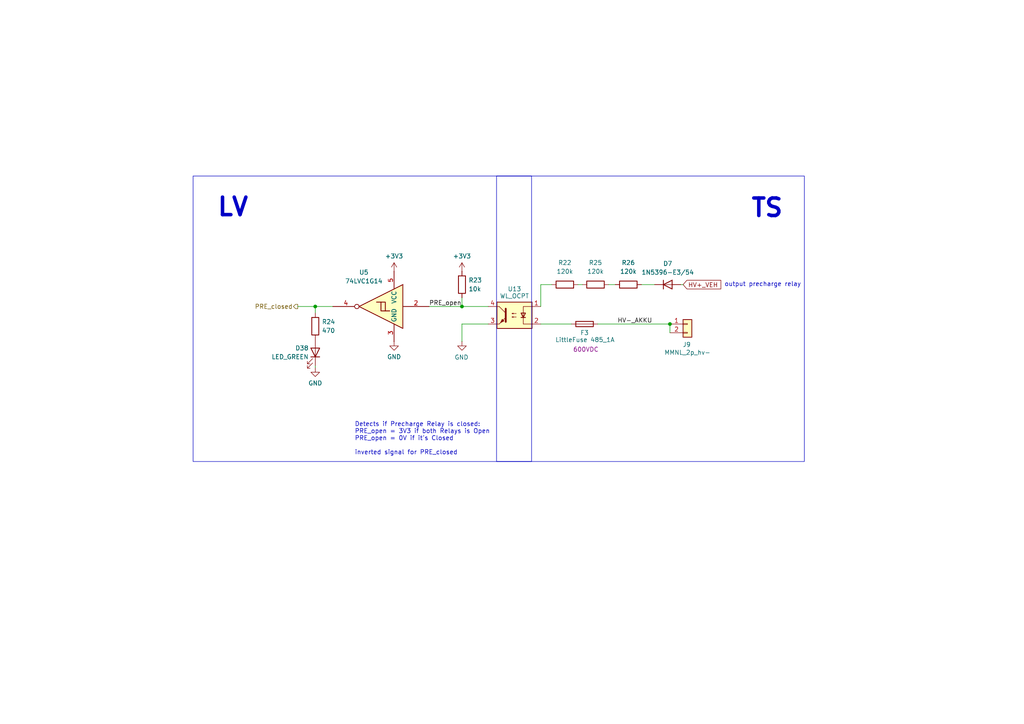
<source format=kicad_sch>
(kicad_sch
	(version 20231120)
	(generator "eeschema")
	(generator_version "8.0")
	(uuid "147e6aec-331a-4a67-bc56-2e8ecabcaa8b")
	(paper "A4")
	(lib_symbols
		(symbol "74xGxx:74LVC1G14"
			(exclude_from_sim no)
			(in_bom yes)
			(on_board yes)
			(property "Reference" "U"
				(at 0 3.81 0)
				(effects
					(font
						(size 1.27 1.27)
					)
					(justify left)
				)
			)
			(property "Value" "74LVC1G14"
				(at 0 -3.81 0)
				(effects
					(font
						(size 1.27 1.27)
					)
					(justify left)
				)
			)
			(property "Footprint" ""
				(at 0 0 0)
				(effects
					(font
						(size 1.27 1.27)
					)
					(hide yes)
				)
			)
			(property "Datasheet" "https://www.ti.com/lit/sg/scyt129e/scyt129e.pdf"
				(at 0 -6.35 0)
				(effects
					(font
						(size 1.27 1.27)
					)
					(justify left)
					(hide yes)
				)
			)
			(property "Description" "Single Schmitt NOT Gate, Low-Voltage CMOS"
				(at 0 0 0)
				(effects
					(font
						(size 1.27 1.27)
					)
					(hide yes)
				)
			)
			(property "ki_keywords" "Single Gate NOT Schmitt LVC CMOS"
				(at 0 0 0)
				(effects
					(font
						(size 1.27 1.27)
					)
					(hide yes)
				)
			)
			(property "ki_fp_filters" "SOT?23* SOT?553*"
				(at 0 0 0)
				(effects
					(font
						(size 1.27 1.27)
					)
					(hide yes)
				)
			)
			(symbol "74LVC1G14_0_1"
				(polyline
					(pts
						(xy -7.62 6.35) (xy -7.62 -6.35) (xy 5.08 0) (xy -7.62 6.35)
					)
					(stroke
						(width 0.254)
						(type default)
					)
					(fill
						(type background)
					)
				)
			)
			(symbol "74LVC1G14_1_1"
				(polyline
					(pts
						(xy -3.81 -1.27) (xy -1.27 -1.27) (xy -1.27 1.27)
					)
					(stroke
						(width 0.254)
						(type default)
					)
					(fill
						(type none)
					)
				)
				(polyline
					(pts
						(xy -2.54 -1.27) (xy -2.54 1.27) (xy 0 1.27)
					)
					(stroke
						(width 0.254)
						(type default)
					)
					(fill
						(type none)
					)
				)
				(pin no_connect line
					(at -7.62 5.08 180)
					(length 5.08) hide
					(name "NC"
						(effects
							(font
								(size 1.27 1.27)
							)
						)
					)
					(number "1"
						(effects
							(font
								(size 1.27 1.27)
							)
						)
					)
				)
				(pin input line
					(at -15.24 0 0)
					(length 7.62)
					(name "~"
						(effects
							(font
								(size 1.27 1.27)
							)
						)
					)
					(number "2"
						(effects
							(font
								(size 1.27 1.27)
							)
						)
					)
				)
				(pin power_in line
					(at -5.08 -10.16 90)
					(length 5.08)
					(name "GND"
						(effects
							(font
								(size 1.27 1.27)
							)
						)
					)
					(number "3"
						(effects
							(font
								(size 1.27 1.27)
							)
						)
					)
				)
				(pin output inverted
					(at 12.7 0 180)
					(length 7.62)
					(name "~"
						(effects
							(font
								(size 1.27 1.27)
							)
						)
					)
					(number "4"
						(effects
							(font
								(size 1.27 1.27)
							)
						)
					)
				)
				(pin power_in line
					(at -5.08 10.16 270)
					(length 5.08)
					(name "VCC"
						(effects
							(font
								(size 1.27 1.27)
							)
						)
					)
					(number "5"
						(effects
							(font
								(size 1.27 1.27)
							)
						)
					)
				)
			)
		)
		(symbol "Connector_Generic:Conn_01x02"
			(pin_names
				(offset 1.016) hide)
			(exclude_from_sim no)
			(in_bom yes)
			(on_board yes)
			(property "Reference" "J"
				(at 0 2.54 0)
				(effects
					(font
						(size 1.27 1.27)
					)
				)
			)
			(property "Value" "Conn_01x02"
				(at 0 -5.08 0)
				(effects
					(font
						(size 1.27 1.27)
					)
				)
			)
			(property "Footprint" ""
				(at 0 0 0)
				(effects
					(font
						(size 1.27 1.27)
					)
					(hide yes)
				)
			)
			(property "Datasheet" "~"
				(at 0 0 0)
				(effects
					(font
						(size 1.27 1.27)
					)
					(hide yes)
				)
			)
			(property "Description" "Generic connector, single row, 01x02, script generated (kicad-library-utils/schlib/autogen/connector/)"
				(at 0 0 0)
				(effects
					(font
						(size 1.27 1.27)
					)
					(hide yes)
				)
			)
			(property "ki_keywords" "connector"
				(at 0 0 0)
				(effects
					(font
						(size 1.27 1.27)
					)
					(hide yes)
				)
			)
			(property "ki_fp_filters" "Connector*:*_1x??_*"
				(at 0 0 0)
				(effects
					(font
						(size 1.27 1.27)
					)
					(hide yes)
				)
			)
			(symbol "Conn_01x02_1_1"
				(rectangle
					(start -1.27 -2.413)
					(end 0 -2.667)
					(stroke
						(width 0.1524)
						(type default)
					)
					(fill
						(type none)
					)
				)
				(rectangle
					(start -1.27 0.127)
					(end 0 -0.127)
					(stroke
						(width 0.1524)
						(type default)
					)
					(fill
						(type none)
					)
				)
				(rectangle
					(start -1.27 1.27)
					(end 1.27 -3.81)
					(stroke
						(width 0.254)
						(type default)
					)
					(fill
						(type background)
					)
				)
				(pin passive line
					(at -5.08 0 0)
					(length 3.81)
					(name "Pin_1"
						(effects
							(font
								(size 1.27 1.27)
							)
						)
					)
					(number "1"
						(effects
							(font
								(size 1.27 1.27)
							)
						)
					)
				)
				(pin passive line
					(at -5.08 -2.54 0)
					(length 3.81)
					(name "Pin_2"
						(effects
							(font
								(size 1.27 1.27)
							)
						)
					)
					(number "2"
						(effects
							(font
								(size 1.27 1.27)
							)
						)
					)
				)
			)
		)
		(symbol "Device:D"
			(pin_numbers hide)
			(pin_names
				(offset 1.016) hide)
			(exclude_from_sim no)
			(in_bom yes)
			(on_board yes)
			(property "Reference" "D"
				(at 0 2.54 0)
				(effects
					(font
						(size 1.27 1.27)
					)
				)
			)
			(property "Value" "D"
				(at 0 -2.54 0)
				(effects
					(font
						(size 1.27 1.27)
					)
				)
			)
			(property "Footprint" ""
				(at 0 0 0)
				(effects
					(font
						(size 1.27 1.27)
					)
					(hide yes)
				)
			)
			(property "Datasheet" "~"
				(at 0 0 0)
				(effects
					(font
						(size 1.27 1.27)
					)
					(hide yes)
				)
			)
			(property "Description" "Diode"
				(at 0 0 0)
				(effects
					(font
						(size 1.27 1.27)
					)
					(hide yes)
				)
			)
			(property "ki_keywords" "diode"
				(at 0 0 0)
				(effects
					(font
						(size 1.27 1.27)
					)
					(hide yes)
				)
			)
			(property "ki_fp_filters" "TO-???* *_Diode_* *SingleDiode* D_*"
				(at 0 0 0)
				(effects
					(font
						(size 1.27 1.27)
					)
					(hide yes)
				)
			)
			(symbol "D_0_1"
				(polyline
					(pts
						(xy -1.27 1.27) (xy -1.27 -1.27)
					)
					(stroke
						(width 0.254)
						(type default)
					)
					(fill
						(type none)
					)
				)
				(polyline
					(pts
						(xy 1.27 0) (xy -1.27 0)
					)
					(stroke
						(width 0)
						(type default)
					)
					(fill
						(type none)
					)
				)
				(polyline
					(pts
						(xy 1.27 1.27) (xy 1.27 -1.27) (xy -1.27 0) (xy 1.27 1.27)
					)
					(stroke
						(width 0.254)
						(type default)
					)
					(fill
						(type none)
					)
				)
			)
			(symbol "D_1_1"
				(pin passive line
					(at -3.81 0 0)
					(length 2.54)
					(name "K"
						(effects
							(font
								(size 1.27 1.27)
							)
						)
					)
					(number "1"
						(effects
							(font
								(size 1.27 1.27)
							)
						)
					)
				)
				(pin passive line
					(at 3.81 0 180)
					(length 2.54)
					(name "A"
						(effects
							(font
								(size 1.27 1.27)
							)
						)
					)
					(number "2"
						(effects
							(font
								(size 1.27 1.27)
							)
						)
					)
				)
			)
		)
		(symbol "Device:LED"
			(pin_numbers hide)
			(pin_names
				(offset 1.016) hide)
			(exclude_from_sim no)
			(in_bom yes)
			(on_board yes)
			(property "Reference" "D"
				(at 0 2.54 0)
				(effects
					(font
						(size 1.27 1.27)
					)
				)
			)
			(property "Value" "LED"
				(at 0 -2.54 0)
				(effects
					(font
						(size 1.27 1.27)
					)
				)
			)
			(property "Footprint" ""
				(at 0 0 0)
				(effects
					(font
						(size 1.27 1.27)
					)
					(hide yes)
				)
			)
			(property "Datasheet" "~"
				(at 0 0 0)
				(effects
					(font
						(size 1.27 1.27)
					)
					(hide yes)
				)
			)
			(property "Description" "Light emitting diode"
				(at 0 0 0)
				(effects
					(font
						(size 1.27 1.27)
					)
					(hide yes)
				)
			)
			(property "ki_keywords" "LED diode"
				(at 0 0 0)
				(effects
					(font
						(size 1.27 1.27)
					)
					(hide yes)
				)
			)
			(property "ki_fp_filters" "LED* LED_SMD:* LED_THT:*"
				(at 0 0 0)
				(effects
					(font
						(size 1.27 1.27)
					)
					(hide yes)
				)
			)
			(symbol "LED_0_1"
				(polyline
					(pts
						(xy -1.27 -1.27) (xy -1.27 1.27)
					)
					(stroke
						(width 0.254)
						(type default)
					)
					(fill
						(type none)
					)
				)
				(polyline
					(pts
						(xy -1.27 0) (xy 1.27 0)
					)
					(stroke
						(width 0)
						(type default)
					)
					(fill
						(type none)
					)
				)
				(polyline
					(pts
						(xy 1.27 -1.27) (xy 1.27 1.27) (xy -1.27 0) (xy 1.27 -1.27)
					)
					(stroke
						(width 0.254)
						(type default)
					)
					(fill
						(type none)
					)
				)
				(polyline
					(pts
						(xy -3.048 -0.762) (xy -4.572 -2.286) (xy -3.81 -2.286) (xy -4.572 -2.286) (xy -4.572 -1.524)
					)
					(stroke
						(width 0)
						(type default)
					)
					(fill
						(type none)
					)
				)
				(polyline
					(pts
						(xy -1.778 -0.762) (xy -3.302 -2.286) (xy -2.54 -2.286) (xy -3.302 -2.286) (xy -3.302 -1.524)
					)
					(stroke
						(width 0)
						(type default)
					)
					(fill
						(type none)
					)
				)
			)
			(symbol "LED_1_1"
				(pin passive line
					(at -3.81 0 0)
					(length 2.54)
					(name "K"
						(effects
							(font
								(size 1.27 1.27)
							)
						)
					)
					(number "1"
						(effects
							(font
								(size 1.27 1.27)
							)
						)
					)
				)
				(pin passive line
					(at 3.81 0 180)
					(length 2.54)
					(name "A"
						(effects
							(font
								(size 1.27 1.27)
							)
						)
					)
					(number "2"
						(effects
							(font
								(size 1.27 1.27)
							)
						)
					)
				)
			)
		)
		(symbol "Device:R"
			(pin_numbers hide)
			(pin_names
				(offset 0)
			)
			(exclude_from_sim no)
			(in_bom yes)
			(on_board yes)
			(property "Reference" "R"
				(at 2.032 0 90)
				(effects
					(font
						(size 1.27 1.27)
					)
				)
			)
			(property "Value" "R"
				(at 0 0 90)
				(effects
					(font
						(size 1.27 1.27)
					)
				)
			)
			(property "Footprint" ""
				(at -1.778 0 90)
				(effects
					(font
						(size 1.27 1.27)
					)
					(hide yes)
				)
			)
			(property "Datasheet" "~"
				(at 0 0 0)
				(effects
					(font
						(size 1.27 1.27)
					)
					(hide yes)
				)
			)
			(property "Description" "Resistor"
				(at 0 0 0)
				(effects
					(font
						(size 1.27 1.27)
					)
					(hide yes)
				)
			)
			(property "ki_keywords" "R res resistor"
				(at 0 0 0)
				(effects
					(font
						(size 1.27 1.27)
					)
					(hide yes)
				)
			)
			(property "ki_fp_filters" "R_*"
				(at 0 0 0)
				(effects
					(font
						(size 1.27 1.27)
					)
					(hide yes)
				)
			)
			(symbol "R_0_1"
				(rectangle
					(start -1.016 -2.54)
					(end 1.016 2.54)
					(stroke
						(width 0.254)
						(type default)
					)
					(fill
						(type none)
					)
				)
			)
			(symbol "R_1_1"
				(pin passive line
					(at 0 3.81 270)
					(length 1.27)
					(name "~"
						(effects
							(font
								(size 1.27 1.27)
							)
						)
					)
					(number "1"
						(effects
							(font
								(size 1.27 1.27)
							)
						)
					)
				)
				(pin passive line
					(at 0 -3.81 90)
					(length 1.27)
					(name "~"
						(effects
							(font
								(size 1.27 1.27)
							)
						)
					)
					(number "2"
						(effects
							(font
								(size 1.27 1.27)
							)
						)
					)
				)
			)
		)
		(symbol "FaSTTUBe_Fuses:485_1A"
			(pin_numbers hide)
			(pin_names
				(offset 0)
			)
			(exclude_from_sim no)
			(in_bom yes)
			(on_board yes)
			(property "Reference" "F"
				(at 2.032 0 90)
				(effects
					(font
						(size 1.27 1.27)
					)
				)
			)
			(property "Value" "485_1A"
				(at -5.08 0 90)
				(effects
					(font
						(size 1.27 1.27)
					)
				)
			)
			(property "Footprint" "FaSTTUBe_Fuses:Littelfuse_485"
				(at 5.08 0 90)
				(effects
					(font
						(size 1.27 1.27)
					)
					(hide yes)
				)
			)
			(property "Datasheet" "~"
				(at 0 0 0)
				(effects
					(font
						(size 1.27 1.27)
					)
					(hide yes)
				)
			)
			(property "Description" "Littelfuse 485 Series 600Vdc, 1A"
				(at 0 0 0)
				(effects
					(font
						(size 1.27 1.27)
					)
					(hide yes)
				)
			)
			(property "Voltage" "600VDC"
				(at -2.54 0 90)
				(effects
					(font
						(size 1.27 1.27)
					)
				)
			)
			(property "ki_keywords" "fuse"
				(at 0 0 0)
				(effects
					(font
						(size 1.27 1.27)
					)
					(hide yes)
				)
			)
			(property "ki_fp_filters" "*Fuse*"
				(at 0 0 0)
				(effects
					(font
						(size 1.27 1.27)
					)
					(hide yes)
				)
			)
			(symbol "485_1A_0_1"
				(rectangle
					(start -0.762 -2.54)
					(end 0.762 2.54)
					(stroke
						(width 0.254)
						(type default)
					)
					(fill
						(type none)
					)
				)
				(polyline
					(pts
						(xy 0 2.54) (xy 0 -2.54)
					)
					(stroke
						(width 0)
						(type default)
					)
					(fill
						(type none)
					)
				)
			)
			(symbol "485_1A_1_1"
				(pin passive line
					(at 0 3.81 270)
					(length 1.27)
					(name "~"
						(effects
							(font
								(size 1.27 1.27)
							)
						)
					)
					(number "1"
						(effects
							(font
								(size 1.27 1.27)
							)
						)
					)
				)
				(pin passive line
					(at 0 -3.81 90)
					(length 1.27)
					(name "~"
						(effects
							(font
								(size 1.27 1.27)
							)
						)
					)
					(number "2"
						(effects
							(font
								(size 1.27 1.27)
							)
						)
					)
				)
			)
		)
		(symbol "Isolator:FODM217A"
			(exclude_from_sim no)
			(in_bom yes)
			(on_board yes)
			(property "Reference" "U4"
				(at 1.27 7.62 0)
				(effects
					(font
						(size 1.27 1.27)
					)
				)
			)
			(property "Value" "WL_OCDA"
				(at 1.27 5.588 0)
				(effects
					(font
						(size 1.27 1.27)
					)
				)
			)
			(property "Footprint" "Package_SO:SOP-4_4.4x2.6mm_P1.27mm"
				(at 0 -5.08 0)
				(effects
					(font
						(size 1.27 1.27)
						(italic yes)
					)
					(hide yes)
				)
			)
			(property "Datasheet" ""
				(at 0 0 0)
				(effects
					(font
						(size 1.27 1.27)
					)
					(justify left)
					(hide yes)
				)
			)
			(property "Description" "141352145000"
				(at 0 0 0)
				(effects
					(font
						(size 1.27 1.27)
					)
					(hide yes)
				)
			)
			(property "ki_keywords" "DC Phototransistor Optocoupler"
				(at 0 0 0)
				(effects
					(font
						(size 1.27 1.27)
					)
					(hide yes)
				)
			)
			(property "ki_fp_filters" "SOP*4.4x2.6mm*P1.27mm*"
				(at 0 0 0)
				(effects
					(font
						(size 1.27 1.27)
					)
					(hide yes)
				)
			)
			(symbol "FODM217A_0_1"
				(rectangle
					(start -5.08 3.81)
					(end 5.08 -3.81)
					(stroke
						(width 0.254)
						(type default)
					)
					(fill
						(type background)
					)
				)
				(polyline
					(pts
						(xy -3.175 -0.635) (xy -1.905 -0.635)
					)
					(stroke
						(width 0.254)
						(type default)
					)
					(fill
						(type none)
					)
				)
				(polyline
					(pts
						(xy 2.54 0.635) (xy 4.445 2.54)
					)
					(stroke
						(width 0)
						(type default)
					)
					(fill
						(type none)
					)
				)
				(polyline
					(pts
						(xy 4.445 -2.54) (xy 2.54 -0.635)
					)
					(stroke
						(width 0)
						(type default)
					)
					(fill
						(type outline)
					)
				)
				(polyline
					(pts
						(xy 4.445 -2.54) (xy 5.08 -2.54)
					)
					(stroke
						(width 0)
						(type default)
					)
					(fill
						(type none)
					)
				)
				(polyline
					(pts
						(xy 4.445 2.54) (xy 5.08 2.54)
					)
					(stroke
						(width 0)
						(type default)
					)
					(fill
						(type none)
					)
				)
				(polyline
					(pts
						(xy -5.08 2.54) (xy -2.54 2.54) (xy -2.54 -0.635)
					)
					(stroke
						(width 0)
						(type default)
					)
					(fill
						(type none)
					)
				)
				(polyline
					(pts
						(xy -2.54 -0.635) (xy -2.54 -2.54) (xy -5.08 -2.54)
					)
					(stroke
						(width 0)
						(type default)
					)
					(fill
						(type none)
					)
				)
				(polyline
					(pts
						(xy 2.54 1.905) (xy 2.54 -1.905) (xy 2.54 -1.905)
					)
					(stroke
						(width 0.508)
						(type default)
					)
					(fill
						(type none)
					)
				)
				(polyline
					(pts
						(xy -2.54 -0.635) (xy -3.175 0.635) (xy -1.905 0.635) (xy -2.54 -0.635)
					)
					(stroke
						(width 0.254)
						(type default)
					)
					(fill
						(type none)
					)
				)
				(polyline
					(pts
						(xy -0.508 -0.508) (xy 0.762 -0.508) (xy 0.381 -0.635) (xy 0.381 -0.381) (xy 0.762 -0.508)
					)
					(stroke
						(width 0)
						(type default)
					)
					(fill
						(type none)
					)
				)
				(polyline
					(pts
						(xy -0.508 0.508) (xy 0.762 0.508) (xy 0.381 0.381) (xy 0.381 0.635) (xy 0.762 0.508)
					)
					(stroke
						(width 0)
						(type default)
					)
					(fill
						(type none)
					)
				)
				(polyline
					(pts
						(xy 3.048 -1.651) (xy 3.556 -1.143) (xy 4.064 -2.159) (xy 3.048 -1.651) (xy 3.048 -1.651)
					)
					(stroke
						(width 0)
						(type default)
					)
					(fill
						(type outline)
					)
				)
			)
			(symbol "FODM217A_1_1"
				(pin passive line
					(at -7.62 2.54 0)
					(length 2.54)
					(name "~"
						(effects
							(font
								(size 1.27 1.27)
							)
						)
					)
					(number "1"
						(effects
							(font
								(size 1.27 1.27)
							)
						)
					)
				)
				(pin passive line
					(at -7.62 -2.54 0)
					(length 2.54)
					(name "~"
						(effects
							(font
								(size 1.27 1.27)
							)
						)
					)
					(number "2"
						(effects
							(font
								(size 1.27 1.27)
							)
						)
					)
				)
				(pin passive line
					(at 7.62 -2.54 180)
					(length 2.54)
					(name "~"
						(effects
							(font
								(size 1.27 1.27)
							)
						)
					)
					(number "3"
						(effects
							(font
								(size 1.27 1.27)
							)
						)
					)
				)
				(pin passive line
					(at 7.62 2.54 180)
					(length 2.54)
					(name "~"
						(effects
							(font
								(size 1.27 1.27)
							)
						)
					)
					(number "4"
						(effects
							(font
								(size 1.27 1.27)
							)
						)
					)
				)
			)
		)
		(symbol "power:+3V3"
			(power)
			(pin_numbers hide)
			(pin_names
				(offset 0) hide)
			(exclude_from_sim no)
			(in_bom yes)
			(on_board yes)
			(property "Reference" "#PWR"
				(at 0 -3.81 0)
				(effects
					(font
						(size 1.27 1.27)
					)
					(hide yes)
				)
			)
			(property "Value" "+3V3"
				(at 0 3.556 0)
				(effects
					(font
						(size 1.27 1.27)
					)
				)
			)
			(property "Footprint" ""
				(at 0 0 0)
				(effects
					(font
						(size 1.27 1.27)
					)
					(hide yes)
				)
			)
			(property "Datasheet" ""
				(at 0 0 0)
				(effects
					(font
						(size 1.27 1.27)
					)
					(hide yes)
				)
			)
			(property "Description" "Power symbol creates a global label with name \"+3V3\""
				(at 0 0 0)
				(effects
					(font
						(size 1.27 1.27)
					)
					(hide yes)
				)
			)
			(property "ki_keywords" "global power"
				(at 0 0 0)
				(effects
					(font
						(size 1.27 1.27)
					)
					(hide yes)
				)
			)
			(symbol "+3V3_0_1"
				(polyline
					(pts
						(xy -0.762 1.27) (xy 0 2.54)
					)
					(stroke
						(width 0)
						(type default)
					)
					(fill
						(type none)
					)
				)
				(polyline
					(pts
						(xy 0 0) (xy 0 2.54)
					)
					(stroke
						(width 0)
						(type default)
					)
					(fill
						(type none)
					)
				)
				(polyline
					(pts
						(xy 0 2.54) (xy 0.762 1.27)
					)
					(stroke
						(width 0)
						(type default)
					)
					(fill
						(type none)
					)
				)
			)
			(symbol "+3V3_1_1"
				(pin power_in line
					(at 0 0 90)
					(length 0)
					(name "~"
						(effects
							(font
								(size 1.27 1.27)
							)
						)
					)
					(number "1"
						(effects
							(font
								(size 1.27 1.27)
							)
						)
					)
				)
			)
		)
		(symbol "power:GND"
			(power)
			(pin_numbers hide)
			(pin_names
				(offset 0) hide)
			(exclude_from_sim no)
			(in_bom yes)
			(on_board yes)
			(property "Reference" "#PWR"
				(at 0 -6.35 0)
				(effects
					(font
						(size 1.27 1.27)
					)
					(hide yes)
				)
			)
			(property "Value" "GND"
				(at 0 -3.81 0)
				(effects
					(font
						(size 1.27 1.27)
					)
				)
			)
			(property "Footprint" ""
				(at 0 0 0)
				(effects
					(font
						(size 1.27 1.27)
					)
					(hide yes)
				)
			)
			(property "Datasheet" ""
				(at 0 0 0)
				(effects
					(font
						(size 1.27 1.27)
					)
					(hide yes)
				)
			)
			(property "Description" "Power symbol creates a global label with name \"GND\" , ground"
				(at 0 0 0)
				(effects
					(font
						(size 1.27 1.27)
					)
					(hide yes)
				)
			)
			(property "ki_keywords" "global power"
				(at 0 0 0)
				(effects
					(font
						(size 1.27 1.27)
					)
					(hide yes)
				)
			)
			(symbol "GND_0_1"
				(polyline
					(pts
						(xy 0 0) (xy 0 -1.27) (xy 1.27 -1.27) (xy 0 -2.54) (xy -1.27 -1.27) (xy 0 -1.27)
					)
					(stroke
						(width 0)
						(type default)
					)
					(fill
						(type none)
					)
				)
			)
			(symbol "GND_1_1"
				(pin power_in line
					(at 0 0 270)
					(length 0)
					(name "~"
						(effects
							(font
								(size 1.27 1.27)
							)
						)
					)
					(number "1"
						(effects
							(font
								(size 1.27 1.27)
							)
						)
					)
				)
			)
		)
	)
	(junction
		(at 91.44 88.9)
		(diameter 0)
		(color 0 0 0 0)
		(uuid "35e71489-103b-489c-bf28-4add031872bd")
	)
	(junction
		(at 194.31 93.98)
		(diameter 0)
		(color 0 0 0 0)
		(uuid "4317e541-6f8d-4f01-813e-5bb5a099a361")
	)
	(junction
		(at 133.985 88.9)
		(diameter 0)
		(color 0 0 0 0)
		(uuid "aff52593-fe9b-4106-be42-eca1bdbd7136")
	)
	(wire
		(pts
			(xy 91.44 106.045) (xy 91.44 106.68)
		)
		(stroke
			(width 0)
			(type default)
		)
		(uuid "099d646a-0d9e-442c-a37b-186715f471bb")
	)
	(wire
		(pts
			(xy 133.985 93.98) (xy 141.605 93.98)
		)
		(stroke
			(width 0)
			(type default)
		)
		(uuid "201db322-0606-4b3e-816f-3d2d2361de79")
	)
	(wire
		(pts
			(xy 173.355 93.98) (xy 194.31 93.98)
		)
		(stroke
			(width 0)
			(type default)
		)
		(uuid "21c922c4-52b3-4aef-8b9c-24a5339fbc0e")
	)
	(wire
		(pts
			(xy 91.44 90.805) (xy 91.44 88.9)
		)
		(stroke
			(width 0)
			(type default)
		)
		(uuid "2b74c7f5-29e3-43c6-9b8e-a3c4028200ac")
	)
	(wire
		(pts
			(xy 176.53 82.55) (xy 178.435 82.55)
		)
		(stroke
			(width 0)
			(type default)
		)
		(uuid "2cf17f9d-09cd-4cf4-a107-3c1a1b2f52b8")
	)
	(wire
		(pts
			(xy 133.985 86.36) (xy 133.985 88.9)
		)
		(stroke
			(width 0)
			(type default)
		)
		(uuid "3a531193-fc45-429f-9f0b-66d491d3c12b")
	)
	(wire
		(pts
			(xy 197.485 82.55) (xy 198.12 82.55)
		)
		(stroke
			(width 0)
			(type default)
		)
		(uuid "3c1b7ab8-dc73-43a9-b854-0d74a410f323")
	)
	(wire
		(pts
			(xy 133.985 88.9) (xy 141.605 88.9)
		)
		(stroke
			(width 0)
			(type default)
		)
		(uuid "4fbaaa50-70b4-477c-a57a-c06d3f99dbce")
	)
	(wire
		(pts
			(xy 91.44 88.9) (xy 96.52 88.9)
		)
		(stroke
			(width 0)
			(type default)
		)
		(uuid "50869dfd-a745-49af-b179-508b0fbf13b2")
	)
	(wire
		(pts
			(xy 124.46 88.9) (xy 133.985 88.9)
		)
		(stroke
			(width 0)
			(type default)
		)
		(uuid "5f8646b3-ad87-4de0-95ef-1f655af90f5f")
	)
	(wire
		(pts
			(xy 194.31 93.98) (xy 194.31 96.52)
		)
		(stroke
			(width 0)
			(type default)
		)
		(uuid "6c5b4f5b-9046-41c3-8921-e56002edad84")
	)
	(wire
		(pts
			(xy 167.64 82.55) (xy 168.91 82.55)
		)
		(stroke
			(width 0)
			(type default)
		)
		(uuid "7912bf64-d739-4ff1-8d14-f38fd680be28")
	)
	(wire
		(pts
			(xy 86.36 88.9) (xy 91.44 88.9)
		)
		(stroke
			(width 0)
			(type default)
		)
		(uuid "7a893ff7-9d23-4a68-8c48-0f13785f7221")
	)
	(wire
		(pts
			(xy 156.845 93.98) (xy 165.735 93.98)
		)
		(stroke
			(width 0)
			(type default)
		)
		(uuid "7d9021ae-2354-449d-b4e8-b723040b4c85")
	)
	(wire
		(pts
			(xy 156.845 82.55) (xy 160.02 82.55)
		)
		(stroke
			(width 0)
			(type default)
		)
		(uuid "9b5a8e3a-a60e-435e-980b-88c13ae80855")
	)
	(wire
		(pts
			(xy 133.985 99.06) (xy 133.985 93.98)
		)
		(stroke
			(width 0)
			(type default)
		)
		(uuid "c5c25705-fa6d-4c19-8e85-464e6358d508")
	)
	(wire
		(pts
			(xy 186.055 82.55) (xy 189.865 82.55)
		)
		(stroke
			(width 0)
			(type default)
		)
		(uuid "df00384e-9a3c-41e3-bdcb-ceabb227761a")
	)
	(wire
		(pts
			(xy 156.845 82.55) (xy 156.845 88.9)
		)
		(stroke
			(width 0)
			(type default)
		)
		(uuid "e651083f-a660-4b21-bed2-5310f84d55dc")
	)
	(rectangle
		(start 144.018 51.054)
		(end 154.178 133.858)
		(stroke
			(width 0)
			(type default)
		)
		(fill
			(type none)
		)
		(uuid bd18933d-e4fb-45ca-b0c6-70fbd94acf38)
	)
	(rectangle
		(start 56.007 51.054)
		(end 233.299 133.858)
		(stroke
			(width 0)
			(type default)
		)
		(fill
			(type none)
		)
		(uuid cfa3ce83-a4c7-4028-a13b-f95170c7c6d6)
	)
	(text "output precharge relay"
		(exclude_from_sim no)
		(at 221.234 82.55 0)
		(effects
			(font
				(size 1.27 1.27)
			)
		)
		(uuid "1da9d064-f97b-4474-95a0-163f901aa209")
	)
	(text "LV"
		(exclude_from_sim no)
		(at 67.564 60.198 0)
		(effects
			(font
				(size 5.08 5.08)
				(thickness 1.016)
				(bold yes)
			)
		)
		(uuid "287bd5b3-90bf-47e8-a99a-1d46e3229eee")
	)
	(text "TS"
		(exclude_from_sim no)
		(at 222.504 60.452 0)
		(effects
			(font
				(size 5.08 5.08)
				(thickness 1.016)
				(bold yes)
			)
		)
		(uuid "b075c53d-92c9-456d-abf7-eed816b092d6")
	)
	(text "Detects if Precharge Relay is closed:\nPRE_open = 3V3 if both Relays is Open\nPRE_open = 0V if it's Closed \n\ninverted signal for PRE_closed "
		(exclude_from_sim no)
		(at 102.87 132.08 0)
		(effects
			(font
				(size 1.27 1.27)
			)
			(justify left bottom)
		)
		(uuid "fa040fa3-8415-4a12-97af-0141bc32cfd3")
	)
	(label "PRE_open"
		(at 124.46 88.9 0)
		(fields_autoplaced yes)
		(effects
			(font
				(size 1.27 1.27)
			)
			(justify left bottom)
		)
		(uuid "77c976a4-d558-4aae-8673-6405ed6f42eb")
	)
	(label "HV-_AKKU"
		(at 179.07 93.98 0)
		(fields_autoplaced yes)
		(effects
			(font
				(size 1.27 1.27)
			)
			(justify left bottom)
		)
		(uuid "95509a72-45dd-4cf0-ab2d-f7da0663a473")
	)
	(global_label "HV+_VEH"
		(shape input)
		(at 198.12 82.55 0)
		(fields_autoplaced yes)
		(effects
			(font
				(size 1.27 1.27)
			)
			(justify left)
		)
		(uuid "d02a03da-4633-4a77-a066-2272afd87b31")
		(property "Intersheetrefs" "${INTERSHEET_REFS}"
			(at 209.6324 82.55 0)
			(effects
				(font
					(size 1.27 1.27)
				)
				(justify left)
				(hide yes)
			)
		)
	)
	(hierarchical_label "PRE_closed"
		(shape output)
		(at 86.36 88.9 180)
		(fields_autoplaced yes)
		(effects
			(font
				(size 1.27 1.27)
			)
			(justify right)
		)
		(uuid "3f6aea03-b548-479e-aafe-ee682c3ed582")
	)
	(symbol
		(lib_id "Device:R")
		(at 182.245 82.55 270)
		(unit 1)
		(exclude_from_sim no)
		(in_bom yes)
		(on_board yes)
		(dnp no)
		(fields_autoplaced yes)
		(uuid "0b2c4d82-25df-49b9-8f12-655f27067865")
		(property "Reference" "R26"
			(at 182.245 76.2 90)
			(effects
				(font
					(size 1.27 1.27)
				)
			)
		)
		(property "Value" "120k"
			(at 182.245 78.74 90)
			(effects
				(font
					(size 1.27 1.27)
				)
			)
		)
		(property "Footprint" "Resistor_SMD:R_1206_3216Metric"
			(at 182.245 80.772 90)
			(effects
				(font
					(size 1.27 1.27)
				)
				(hide yes)
			)
		)
		(property "Datasheet" "~"
			(at 182.245 82.55 0)
			(effects
				(font
					(size 1.27 1.27)
				)
				(hide yes)
			)
		)
		(property "Description" "Resistor 500V"
			(at 182.245 82.55 0)
			(effects
				(font
					(size 1.27 1.27)
				)
				(hide yes)
			)
		)
		(pin "1"
			(uuid "31b162bd-6f84-48dc-bbe6-517ca5c4fb9a")
		)
		(pin "2"
			(uuid "65d1392c-a5b2-41ad-81b6-0e792c3e866d")
		)
		(instances
			(project "Master_FT25"
				(path "/e63e39d7-6ac0-4ffd-8aa3-1841a4541b55/5ce1aa0c-f98f-4b94-80bd-f188cf4c57de/cbda76e2-9a35-4c57-88fc-51fcf41776aa"
					(reference "R26")
					(unit 1)
				)
			)
		)
	)
	(symbol
		(lib_id "Device:R")
		(at 91.44 94.615 0)
		(unit 1)
		(exclude_from_sim no)
		(in_bom yes)
		(on_board yes)
		(dnp no)
		(fields_autoplaced yes)
		(uuid "3104ba72-246c-42e8-8cd4-03b963e106b5")
		(property "Reference" "R24"
			(at 93.345 93.3449 0)
			(effects
				(font
					(size 1.27 1.27)
				)
				(justify left)
			)
		)
		(property "Value" "470"
			(at 93.345 95.8849 0)
			(effects
				(font
					(size 1.27 1.27)
				)
				(justify left)
			)
		)
		(property "Footprint" "Resistor_SMD:R_0603_1608Metric"
			(at 89.662 94.615 90)
			(effects
				(font
					(size 1.27 1.27)
				)
				(hide yes)
			)
		)
		(property "Datasheet" "~"
			(at 91.44 94.615 0)
			(effects
				(font
					(size 1.27 1.27)
				)
				(hide yes)
			)
		)
		(property "Description" "Resistor"
			(at 91.44 94.615 0)
			(effects
				(font
					(size 1.27 1.27)
				)
				(hide yes)
			)
		)
		(pin "2"
			(uuid "810e63bf-b9c5-4d77-83c1-44898b288015")
		)
		(pin "1"
			(uuid "ab1b6d8f-a14b-40db-96ed-62e024f68006")
		)
		(instances
			(project "Master_FT25"
				(path "/e63e39d7-6ac0-4ffd-8aa3-1841a4541b55/5ce1aa0c-f98f-4b94-80bd-f188cf4c57de/cbda76e2-9a35-4c57-88fc-51fcf41776aa"
					(reference "R24")
					(unit 1)
				)
			)
		)
	)
	(symbol
		(lib_id "power:+3V3")
		(at 133.985 78.74 0)
		(unit 1)
		(exclude_from_sim no)
		(in_bom yes)
		(on_board yes)
		(dnp no)
		(fields_autoplaced yes)
		(uuid "36250160-559d-463c-b874-6e474f00b333")
		(property "Reference" "#PWR029"
			(at 133.985 82.55 0)
			(effects
				(font
					(size 1.27 1.27)
				)
				(hide yes)
			)
		)
		(property "Value" "+3V3"
			(at 133.985 74.295 0)
			(effects
				(font
					(size 1.27 1.27)
				)
			)
		)
		(property "Footprint" ""
			(at 133.985 78.74 0)
			(effects
				(font
					(size 1.27 1.27)
				)
				(hide yes)
			)
		)
		(property "Datasheet" ""
			(at 133.985 78.74 0)
			(effects
				(font
					(size 1.27 1.27)
				)
				(hide yes)
			)
		)
		(property "Description" "Power symbol creates a global label with name \"+3V3\""
			(at 133.985 78.74 0)
			(effects
				(font
					(size 1.27 1.27)
				)
				(hide yes)
			)
		)
		(pin "1"
			(uuid "8c862918-1457-40b7-9a79-bf5759fd8dea")
		)
		(instances
			(project "Master_FT25"
				(path "/e63e39d7-6ac0-4ffd-8aa3-1841a4541b55/5ce1aa0c-f98f-4b94-80bd-f188cf4c57de/cbda76e2-9a35-4c57-88fc-51fcf41776aa"
					(reference "#PWR029")
					(unit 1)
				)
			)
		)
	)
	(symbol
		(lib_id "power:GND")
		(at 91.44 106.68 0)
		(unit 1)
		(exclude_from_sim no)
		(in_bom yes)
		(on_board yes)
		(dnp no)
		(fields_autoplaced yes)
		(uuid "4e2944a2-b41a-43cf-9771-35871664078a")
		(property "Reference" "#PWR012"
			(at 91.44 113.03 0)
			(effects
				(font
					(size 1.27 1.27)
				)
				(hide yes)
			)
		)
		(property "Value" "GND"
			(at 91.44 111.125 0)
			(effects
				(font
					(size 1.27 1.27)
				)
			)
		)
		(property "Footprint" ""
			(at 91.44 106.68 0)
			(effects
				(font
					(size 1.27 1.27)
				)
				(hide yes)
			)
		)
		(property "Datasheet" ""
			(at 91.44 106.68 0)
			(effects
				(font
					(size 1.27 1.27)
				)
				(hide yes)
			)
		)
		(property "Description" "Power symbol creates a global label with name \"GND\" , ground"
			(at 91.44 106.68 0)
			(effects
				(font
					(size 1.27 1.27)
				)
				(hide yes)
			)
		)
		(pin "1"
			(uuid "504c4605-77e9-44d4-a90a-5f36250a54cd")
		)
		(instances
			(project "Master_FT25"
				(path "/e63e39d7-6ac0-4ffd-8aa3-1841a4541b55/5ce1aa0c-f98f-4b94-80bd-f188cf4c57de/cbda76e2-9a35-4c57-88fc-51fcf41776aa"
					(reference "#PWR012")
					(unit 1)
				)
			)
		)
	)
	(symbol
		(lib_id "FaSTTUBe_Fuses:485_1A")
		(at 169.545 93.98 270)
		(mirror x)
		(unit 1)
		(exclude_from_sim no)
		(in_bom yes)
		(on_board yes)
		(dnp no)
		(uuid "54ef7a2c-bf2f-43d8-b8a2-2e93bc8b6fd2")
		(property "Reference" "F3"
			(at 169.545 96.52 90)
			(effects
				(font
					(size 1.27 1.27)
				)
			)
		)
		(property "Value" "LittleFuse 485_1A"
			(at 169.672 98.552 90)
			(effects
				(font
					(size 1.27 1.27)
				)
			)
		)
		(property "Footprint" "FaSTTUBe_Fuses:Littelfuse_485"
			(at 169.545 88.9 90)
			(effects
				(font
					(size 1.27 1.27)
				)
				(hide yes)
			)
		)
		(property "Datasheet" "~"
			(at 169.545 93.98 0)
			(effects
				(font
					(size 1.27 1.27)
				)
				(hide yes)
			)
		)
		(property "Description" ""
			(at 169.545 93.98 0)
			(effects
				(font
					(size 1.27 1.27)
				)
				(hide yes)
			)
		)
		(property "Voltage" "600VDC"
			(at 169.926 101.346 90)
			(effects
				(font
					(size 1.27 1.27)
				)
			)
		)
		(pin "1"
			(uuid "bd4ffc8c-0d1c-402e-be92-623c7865d8a7")
		)
		(pin "2"
			(uuid "36e9931d-87d2-472d-9aa5-caa6f4e33320")
		)
		(instances
			(project "Master_FT25"
				(path "/e63e39d7-6ac0-4ffd-8aa3-1841a4541b55/5ce1aa0c-f98f-4b94-80bd-f188cf4c57de/cbda76e2-9a35-4c57-88fc-51fcf41776aa"
					(reference "F3")
					(unit 1)
				)
			)
		)
	)
	(symbol
		(lib_id "Isolator:FODM217A")
		(at 149.225 91.44 0)
		(mirror y)
		(unit 1)
		(exclude_from_sim no)
		(in_bom yes)
		(on_board yes)
		(dnp no)
		(uuid "5602afa6-f9ef-4f19-8f0f-ef4215cc8bf5")
		(property "Reference" "U13"
			(at 149.225 83.82 0)
			(effects
				(font
					(size 1.27 1.27)
				)
			)
		)
		(property "Value" "WL_OCPT"
			(at 149.225 85.852 0)
			(effects
				(font
					(size 1.27 1.27)
				)
			)
		)
		(property "Footprint" "Package_SO:SOP-4_3.8x4.1mm_P2.54mm"
			(at 149.225 96.52 0)
			(effects
				(font
					(size 1.27 1.27)
					(italic yes)
				)
				(hide yes)
			)
		)
		(property "Datasheet" "https://www.we-online.com/components/products/datasheet/140356145200.pdf"
			(at 149.225 91.44 0)
			(effects
				(font
					(size 1.27 1.27)
				)
				(justify left)
				(hide yes)
			)
		)
		(property "Description" "140356145200"
			(at 149.225 91.44 0)
			(effects
				(font
					(size 1.27 1.27)
				)
				(hide yes)
			)
		)
		(pin "3"
			(uuid "b8e5b9bf-22b7-4846-9a9d-56094a3542a6")
		)
		(pin "4"
			(uuid "d176df6a-a725-4a16-a173-71fce1c2b6bf")
		)
		(pin "1"
			(uuid "0905117f-a6f7-4e94-91b8-0877ecbfd52e")
		)
		(pin "2"
			(uuid "23164f79-1774-4e3e-af7b-d796103f05d8")
		)
		(instances
			(project "Master_FT25"
				(path "/e63e39d7-6ac0-4ffd-8aa3-1841a4541b55/5ce1aa0c-f98f-4b94-80bd-f188cf4c57de/cbda76e2-9a35-4c57-88fc-51fcf41776aa"
					(reference "U13")
					(unit 1)
				)
			)
		)
	)
	(symbol
		(lib_id "power:GND")
		(at 133.985 99.06 0)
		(unit 1)
		(exclude_from_sim no)
		(in_bom yes)
		(on_board yes)
		(dnp no)
		(uuid "56be2782-508a-40a7-b98e-8c5fbe8e7cb7")
		(property "Reference" "#PWR030"
			(at 133.985 105.41 0)
			(effects
				(font
					(size 1.27 1.27)
				)
				(hide yes)
			)
		)
		(property "Value" "GND"
			(at 133.858 103.632 0)
			(effects
				(font
					(size 1.27 1.27)
				)
			)
		)
		(property "Footprint" ""
			(at 133.985 99.06 0)
			(effects
				(font
					(size 1.27 1.27)
				)
				(hide yes)
			)
		)
		(property "Datasheet" ""
			(at 133.985 99.06 0)
			(effects
				(font
					(size 1.27 1.27)
				)
				(hide yes)
			)
		)
		(property "Description" "Power symbol creates a global label with name \"GND\" , ground"
			(at 133.985 99.06 0)
			(effects
				(font
					(size 1.27 1.27)
				)
				(hide yes)
			)
		)
		(pin "1"
			(uuid "856e22eb-8549-4877-8bd9-b3e24f15dc03")
		)
		(instances
			(project "Master_FT25"
				(path "/e63e39d7-6ac0-4ffd-8aa3-1841a4541b55/5ce1aa0c-f98f-4b94-80bd-f188cf4c57de/cbda76e2-9a35-4c57-88fc-51fcf41776aa"
					(reference "#PWR030")
					(unit 1)
				)
			)
		)
	)
	(symbol
		(lib_id "Device:D")
		(at 193.675 82.55 0)
		(unit 1)
		(exclude_from_sim no)
		(in_bom yes)
		(on_board yes)
		(dnp no)
		(uuid "636dc9ec-a29e-4e90-bfd2-97720cc58ee3")
		(property "Reference" "D7"
			(at 193.675 76.454 0)
			(effects
				(font
					(size 1.27 1.27)
				)
			)
		)
		(property "Value" "1N5396-E3/54"
			(at 193.675 78.994 0)
			(effects
				(font
					(size 1.27 1.27)
				)
			)
		)
		(property "Footprint" "Diode_THT:D_DO-41_SOD81_P12.70mm_Horizontal"
			(at 193.675 82.55 0)
			(effects
				(font
					(size 1.27 1.27)
				)
				(hide yes)
			)
		)
		(property "Datasheet" "https://www.vishay.com/docs/88514/1n5391.pdf"
			(at 193.675 82.55 0)
			(effects
				(font
					(size 1.27 1.27)
				)
				(hide yes)
			)
		)
		(property "Description" "500 V"
			(at 193.675 82.55 0)
			(effects
				(font
					(size 1.27 1.27)
				)
				(hide yes)
			)
		)
		(pin "1"
			(uuid "30e8bfff-b71d-46d3-b905-b64b1b5b4011")
		)
		(pin "2"
			(uuid "be9ec972-7872-4b3c-aa0e-70f92956a037")
		)
		(instances
			(project "Master_FT25"
				(path "/e63e39d7-6ac0-4ffd-8aa3-1841a4541b55/5ce1aa0c-f98f-4b94-80bd-f188cf4c57de/cbda76e2-9a35-4c57-88fc-51fcf41776aa"
					(reference "D7")
					(unit 1)
				)
			)
		)
	)
	(symbol
		(lib_id "74xGxx:74LVC1G14")
		(at 109.22 88.9 0)
		(mirror y)
		(unit 1)
		(exclude_from_sim no)
		(in_bom yes)
		(on_board yes)
		(dnp no)
		(uuid "96f2052c-9574-4678-872c-651316f79249")
		(property "Reference" "U5"
			(at 105.537 78.994 0)
			(effects
				(font
					(size 1.27 1.27)
				)
			)
		)
		(property "Value" "74LVC1G14"
			(at 105.537 81.534 0)
			(effects
				(font
					(size 1.27 1.27)
				)
			)
		)
		(property "Footprint" "74LVC1G14QW5-7:SOT95P285X140-5N"
			(at 109.22 88.9 0)
			(effects
				(font
					(size 1.27 1.27)
				)
				(hide yes)
			)
		)
		(property "Datasheet" "https://www.ti.com/lit/sg/scyt129e/scyt129e.pdf"
			(at 109.22 95.25 0)
			(effects
				(font
					(size 1.27 1.27)
				)
				(justify left)
				(hide yes)
			)
		)
		(property "Description" "Single Schmitt NOT Gate, Low-Voltage CMOS"
			(at 109.22 88.9 0)
			(effects
				(font
					(size 1.27 1.27)
				)
				(hide yes)
			)
		)
		(pin "2"
			(uuid "80969bc8-28d6-4ddd-b07b-83f8058c8c63")
		)
		(pin "3"
			(uuid "dc2ddb58-5cd7-4edf-a817-d34391ae954c")
		)
		(pin "4"
			(uuid "992539f5-d188-499d-89be-433c13c2a4f5")
		)
		(pin "1"
			(uuid "f0d41f6a-9652-43b0-abf7-afb1af2f766d")
		)
		(pin "5"
			(uuid "05b18038-1f69-4b5f-962e-aa847b09400a")
		)
		(instances
			(project "Master_FT25"
				(path "/e63e39d7-6ac0-4ffd-8aa3-1841a4541b55/5ce1aa0c-f98f-4b94-80bd-f188cf4c57de/cbda76e2-9a35-4c57-88fc-51fcf41776aa"
					(reference "U5")
					(unit 1)
				)
			)
		)
	)
	(symbol
		(lib_id "Connector_Generic:Conn_01x02")
		(at 199.39 93.98 0)
		(unit 1)
		(exclude_from_sim no)
		(in_bom yes)
		(on_board yes)
		(dnp no)
		(uuid "9719f5f2-8a02-4ad3-a444-4255ef9d06f3")
		(property "Reference" "J9"
			(at 197.993 99.949 0)
			(effects
				(font
					(size 1.27 1.27)
				)
				(justify left)
			)
		)
		(property "Value" "MMNL_2p_hv-"
			(at 192.659 102.235 0)
			(effects
				(font
					(size 1.27 1.27)
				)
				(justify left)
			)
		)
		(property "Footprint" "FaSTTUBe_connectors:Micro_Mate-N-Lok_2p_vertical"
			(at 199.39 93.98 0)
			(effects
				(font
					(size 1.27 1.27)
				)
				(hide yes)
			)
		)
		(property "Datasheet" "~"
			(at 199.39 93.98 0)
			(effects
				(font
					(size 1.27 1.27)
				)
				(hide yes)
			)
		)
		(property "Description" "Generic connector, single row, 01x02, script generated (kicad-library-utils/schlib/autogen/connector/)"
			(at 199.39 93.98 0)
			(effects
				(font
					(size 1.27 1.27)
				)
				(hide yes)
			)
		)
		(property "Silkscreen" "HV-_Akku"
			(at 199.39 93.98 0)
			(effects
				(font
					(size 1.27 1.27)
				)
				(hide yes)
			)
		)
		(pin "2"
			(uuid "5e3d013a-51e3-4ff2-b3fe-2bb0101be1b5")
		)
		(pin "1"
			(uuid "d1e5b3d7-b398-4b28-a4dd-2e5e1dc80369")
		)
		(instances
			(project "Master_FT25"
				(path "/e63e39d7-6ac0-4ffd-8aa3-1841a4541b55/5ce1aa0c-f98f-4b94-80bd-f188cf4c57de/cbda76e2-9a35-4c57-88fc-51fcf41776aa"
					(reference "J9")
					(unit 1)
				)
			)
		)
	)
	(symbol
		(lib_id "Device:LED")
		(at 91.44 102.235 270)
		(mirror x)
		(unit 1)
		(exclude_from_sim no)
		(in_bom yes)
		(on_board yes)
		(dnp no)
		(uuid "9ef335ab-5957-411a-8599-60057756f9fb")
		(property "Reference" "D38"
			(at 89.535 100.965 90)
			(effects
				(font
					(size 1.27 1.27)
				)
				(justify right)
			)
		)
		(property "Value" "LED_GREEN"
			(at 89.535 103.505 90)
			(effects
				(font
					(size 1.27 1.27)
				)
				(justify right)
			)
		)
		(property "Footprint" "LED_SMD:LED_0603_1608Metric"
			(at 91.44 102.235 0)
			(effects
				(font
					(size 1.27 1.27)
				)
				(hide yes)
			)
		)
		(property "Datasheet" "~"
			(at 91.44 102.235 0)
			(effects
				(font
					(size 1.27 1.27)
				)
				(hide yes)
			)
		)
		(property "Description" "Light emitting diode"
			(at 91.44 102.235 0)
			(effects
				(font
					(size 1.27 1.27)
				)
				(hide yes)
			)
		)
		(pin "1"
			(uuid "ef7519c0-50a6-4678-b2a6-d1e3e3199a59")
		)
		(pin "2"
			(uuid "100d8297-146a-489a-bf89-8f5f3f024b86")
		)
		(instances
			(project "Master_FT25"
				(path "/e63e39d7-6ac0-4ffd-8aa3-1841a4541b55/5ce1aa0c-f98f-4b94-80bd-f188cf4c57de/cbda76e2-9a35-4c57-88fc-51fcf41776aa"
					(reference "D38")
					(unit 1)
				)
			)
		)
	)
	(symbol
		(lib_id "Device:R")
		(at 133.985 82.55 0)
		(unit 1)
		(exclude_from_sim no)
		(in_bom yes)
		(on_board yes)
		(dnp no)
		(fields_autoplaced yes)
		(uuid "b6dac2bb-183b-499f-8a55-21b59ce7b168")
		(property "Reference" "R23"
			(at 135.89 81.2799 0)
			(effects
				(font
					(size 1.27 1.27)
				)
				(justify left)
			)
		)
		(property "Value" "10k"
			(at 135.89 83.8199 0)
			(effects
				(font
					(size 1.27 1.27)
				)
				(justify left)
			)
		)
		(property "Footprint" "Resistor_SMD:R_0603_1608Metric"
			(at 132.207 82.55 90)
			(effects
				(font
					(size 1.27 1.27)
				)
				(hide yes)
			)
		)
		(property "Datasheet" "~"
			(at 133.985 82.55 0)
			(effects
				(font
					(size 1.27 1.27)
				)
				(hide yes)
			)
		)
		(property "Description" "Resistor"
			(at 133.985 82.55 0)
			(effects
				(font
					(size 1.27 1.27)
				)
				(hide yes)
			)
		)
		(pin "1"
			(uuid "66d4712e-74cb-49e5-b16a-47526a6967fe")
		)
		(pin "2"
			(uuid "b986f659-d003-41a4-a3cc-351655a1382c")
		)
		(instances
			(project "Master_FT25"
				(path "/e63e39d7-6ac0-4ffd-8aa3-1841a4541b55/5ce1aa0c-f98f-4b94-80bd-f188cf4c57de/cbda76e2-9a35-4c57-88fc-51fcf41776aa"
					(reference "R23")
					(unit 1)
				)
			)
		)
	)
	(symbol
		(lib_id "power:GND")
		(at 114.3 99.06 0)
		(unit 1)
		(exclude_from_sim no)
		(in_bom yes)
		(on_board yes)
		(dnp no)
		(fields_autoplaced yes)
		(uuid "bab11eda-f883-48ef-b2bc-d988697a8456")
		(property "Reference" "#PWR09"
			(at 114.3 105.41 0)
			(effects
				(font
					(size 1.27 1.27)
				)
				(hide yes)
			)
		)
		(property "Value" "GND"
			(at 114.3 103.505 0)
			(effects
				(font
					(size 1.27 1.27)
				)
			)
		)
		(property "Footprint" ""
			(at 114.3 99.06 0)
			(effects
				(font
					(size 1.27 1.27)
				)
				(hide yes)
			)
		)
		(property "Datasheet" ""
			(at 114.3 99.06 0)
			(effects
				(font
					(size 1.27 1.27)
				)
				(hide yes)
			)
		)
		(property "Description" "Power symbol creates a global label with name \"GND\" , ground"
			(at 114.3 99.06 0)
			(effects
				(font
					(size 1.27 1.27)
				)
				(hide yes)
			)
		)
		(pin "1"
			(uuid "02ba0d9f-6e93-4e98-a0b7-595110d9f444")
		)
		(instances
			(project "Master_FT25"
				(path "/e63e39d7-6ac0-4ffd-8aa3-1841a4541b55/5ce1aa0c-f98f-4b94-80bd-f188cf4c57de/cbda76e2-9a35-4c57-88fc-51fcf41776aa"
					(reference "#PWR09")
					(unit 1)
				)
			)
		)
	)
	(symbol
		(lib_id "power:+3V3")
		(at 114.3 78.74 0)
		(unit 1)
		(exclude_from_sim no)
		(in_bom yes)
		(on_board yes)
		(dnp no)
		(fields_autoplaced yes)
		(uuid "ee07b8e5-fc00-4190-8d20-2d2f712e1528")
		(property "Reference" "#PWR08"
			(at 114.3 82.55 0)
			(effects
				(font
					(size 1.27 1.27)
				)
				(hide yes)
			)
		)
		(property "Value" "+3V3"
			(at 114.3 74.295 0)
			(effects
				(font
					(size 1.27 1.27)
				)
			)
		)
		(property "Footprint" ""
			(at 114.3 78.74 0)
			(effects
				(font
					(size 1.27 1.27)
				)
				(hide yes)
			)
		)
		(property "Datasheet" ""
			(at 114.3 78.74 0)
			(effects
				(font
					(size 1.27 1.27)
				)
				(hide yes)
			)
		)
		(property "Description" "Power symbol creates a global label with name \"+3V3\""
			(at 114.3 78.74 0)
			(effects
				(font
					(size 1.27 1.27)
				)
				(hide yes)
			)
		)
		(pin "1"
			(uuid "bfe21b6c-052a-48d8-b175-262f52622e52")
		)
		(instances
			(project "Master_FT25"
				(path "/e63e39d7-6ac0-4ffd-8aa3-1841a4541b55/5ce1aa0c-f98f-4b94-80bd-f188cf4c57de/cbda76e2-9a35-4c57-88fc-51fcf41776aa"
					(reference "#PWR08")
					(unit 1)
				)
			)
		)
	)
	(symbol
		(lib_id "Device:R")
		(at 163.83 82.55 270)
		(unit 1)
		(exclude_from_sim no)
		(in_bom yes)
		(on_board yes)
		(dnp no)
		(fields_autoplaced yes)
		(uuid "f2fa3891-5f4c-4e03-a00f-71ae3be0b749")
		(property "Reference" "R22"
			(at 163.83 76.2 90)
			(effects
				(font
					(size 1.27 1.27)
				)
			)
		)
		(property "Value" "120k"
			(at 163.83 78.74 90)
			(effects
				(font
					(size 1.27 1.27)
				)
			)
		)
		(property "Footprint" "Resistor_SMD:R_1206_3216Metric"
			(at 163.83 80.772 90)
			(effects
				(font
					(size 1.27 1.27)
				)
				(hide yes)
			)
		)
		(property "Datasheet" "~"
			(at 163.83 82.55 0)
			(effects
				(font
					(size 1.27 1.27)
				)
				(hide yes)
			)
		)
		(property "Description" "Resistor 500V"
			(at 163.83 82.55 0)
			(effects
				(font
					(size 1.27 1.27)
				)
				(hide yes)
			)
		)
		(pin "1"
			(uuid "6a0b96c2-14b1-4363-b3f0-636d3da81b3c")
		)
		(pin "2"
			(uuid "9da2d1b0-c768-465a-ac69-be5ad7373837")
		)
		(instances
			(project "Master_FT25"
				(path "/e63e39d7-6ac0-4ffd-8aa3-1841a4541b55/5ce1aa0c-f98f-4b94-80bd-f188cf4c57de/cbda76e2-9a35-4c57-88fc-51fcf41776aa"
					(reference "R22")
					(unit 1)
				)
			)
		)
	)
	(symbol
		(lib_id "Device:R")
		(at 172.72 82.55 270)
		(unit 1)
		(exclude_from_sim no)
		(in_bom yes)
		(on_board yes)
		(dnp no)
		(fields_autoplaced yes)
		(uuid "ff068258-5e8e-45b8-827e-07844c8e9d29")
		(property "Reference" "R25"
			(at 172.72 76.2 90)
			(effects
				(font
					(size 1.27 1.27)
				)
			)
		)
		(property "Value" "120k"
			(at 172.72 78.74 90)
			(effects
				(font
					(size 1.27 1.27)
				)
			)
		)
		(property "Footprint" "Resistor_SMD:R_1206_3216Metric"
			(at 172.72 80.772 90)
			(effects
				(font
					(size 1.27 1.27)
				)
				(hide yes)
			)
		)
		(property "Datasheet" "~"
			(at 172.72 82.55 0)
			(effects
				(font
					(size 1.27 1.27)
				)
				(hide yes)
			)
		)
		(property "Description" "Resistor 500V"
			(at 172.72 82.55 0)
			(effects
				(font
					(size 1.27 1.27)
				)
				(hide yes)
			)
		)
		(pin "1"
			(uuid "fd4e3a63-a173-4f90-be5c-b652cb18f0be")
		)
		(pin "2"
			(uuid "94a21468-4108-4c8c-9c31-d84a84668858")
		)
		(instances
			(project "Master_FT25"
				(path "/e63e39d7-6ac0-4ffd-8aa3-1841a4541b55/5ce1aa0c-f98f-4b94-80bd-f188cf4c57de/cbda76e2-9a35-4c57-88fc-51fcf41776aa"
					(reference "R25")
					(unit 1)
				)
			)
		)
	)
)

</source>
